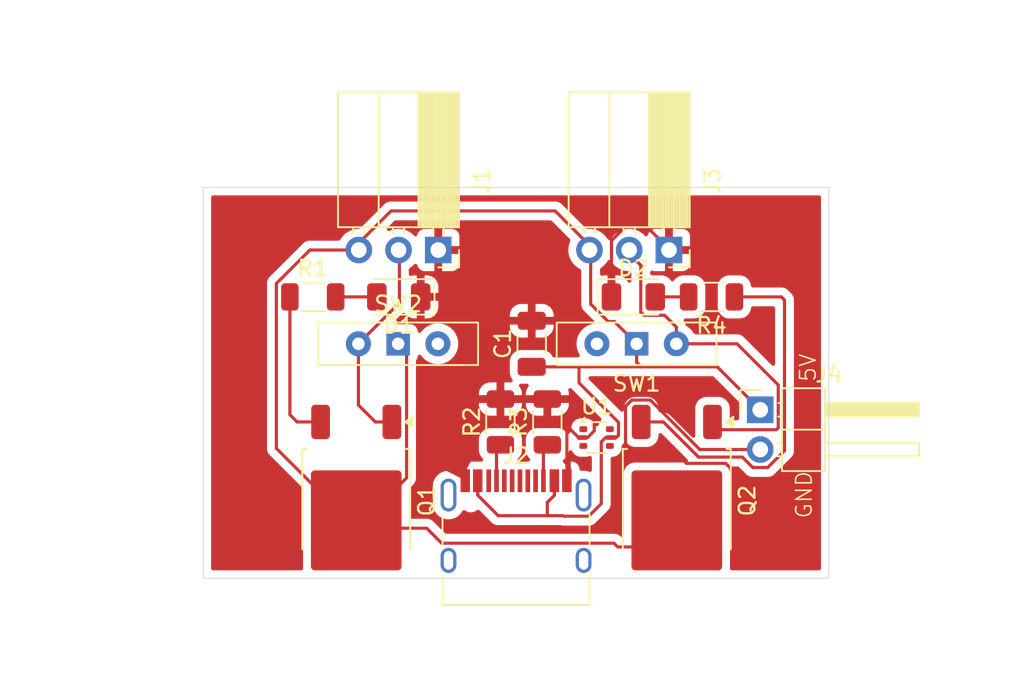
<source format=kicad_pcb>
(kicad_pcb (version 20241229) (generator "pcbnew") (generator_version "9.0")
  (layers (0 "F.Cu" signal) (2 "B.Cu" signal) (13 "F.Paste" user) (15 "B.Paste" user) (5 "F.SilkS" user "F.Silkscreen") (7 "B.SilkS" user "B.Silkscreen") (1 "F.Mask" user) (3 "B.Mask" user) (25 "Edge.Cuts" user))
  (net 0 "")
  (net 1 "GND")
  (net 2 "Net-(D1-A)")
  (net 3 "Net-(D2-A)")
  (net 4 "Net-(J1-Pin_2)")
  (net 5 "+5V")
  (net 6 "Net-(J3-Pin_2)")
  (net 7 "Net-(Q1-S)")
  (net 8 "Net-(Q2-S)")
  (net 9 "Net-(J2-CC1)")
  (net 10 "Net-(J2-CC2)")
  (net 11 "Net-(J2-D--PadA7)")
  (net 14 "Net-(J2-D+-PadA6)")
  (footprint "Capacitor_SMD:C_1206_3216Metric" (layer "F.Cu") (at 21 10 90)
    (property "Reference" "C1" (at 0 -1.85 90) (layer "F.SilkS"))
    (property "Value" "100nF")
    (fp_line (start -0.711252 -0.91) (end 0.711252 -0.91) (stroke (width 0.12)) (layer "F.SilkS"))
    (fp_line (start -0.711252 0.91) (end 0.711252 0.91) (stroke (width 0.12)) (layer "F.SilkS"))
    (pad "1" smd roundrect (at -1.475 0 90) (size 1.15 1.8) (layers "F.Cu" "F.Mask" "F.Paste") (roundrect_rratio 0.217391) (net 5 "+5V"))
    (pad "2" smd roundrect (at 1.475 0 90) (size 1.15 1.8) (layers "F.Cu" "F.Mask" "F.Paste") (roundrect_rratio 0.217391) (net 1 "GND"))
  )
  (footprint "Package_TO_SOT_SMD:TO-252-2" (layer "F.Cu") (at 9.78 20.04 -90)
    (property "Reference" "Q1" (at 0 -4.5 90) (layer "F.SilkS"))
    (property "Value" "QM6006D")
    (fp_line (start -3.31 3.45) (end -3.31 3.18) (stroke (width 0.12)) (layer "F.SilkS"))
    (fp_line (start 3.11 3.45) (end -3.31 3.45) (stroke (width 0.12)) (layer "F.SilkS"))
    (fp_line (start -3.31 -3.45) (end -3.31 -3.18) (stroke (width 0.12)) (layer "F.SilkS"))
    (fp_line (start 3.11 -3.45) (end -3.31 -3.45) (stroke (width 0.12)) (layer "F.SilkS"))
    (fp_poly (pts (xy -5.04 -3.14) (xy -5.38 -3.61) (xy -4.7 -3.61)) (stroke (width 0.12)) (fill yes) (layer "F.SilkS"))
    (pad "1" smd roundrect (at -5.04 -2.28 270) (size 2.2 1.2) (layers "F.Cu" "F.Mask" "F.Paste") (roundrect_rratio 0.208333) (net 4 "Net-(J1-Pin_2)"))
    (pad "2" smd roundrect (at 1.26 0 270) (size 6.4 5.8) (layers "F.Cu" "F.Mask") (roundrect_rratio 0.043103) (net 5 "+5V"))
    (pad "3" smd roundrect (at -5.04 2.28 270) (size 2.2 1.2) (layers "F.Cu" "F.Mask" "F.Paste") (roundrect_rratio 0.208333) (net 7 "Net-(Q1-S)"))
  )
  (footprint "Button_Switch_THT:SW_Slide-03_Wuerth-WS-SLTV_10x2.5x6.4_P2.54mm" (layer "F.Cu") (at 12.46 10)
    (property "Reference" "SW2" (at 0 -2.54 0) (layer "F.SilkS"))
    (property "Value" "SW_SPST")
    (fp_rect (start -5.11 -1.36) (end 5.11 1.36) (stroke (width 0.12)) (fill no) (layer "F.SilkS"))
    (pad "1" thru_hole rect (at 0 0) (size 1.5 1.5) (drill 0.8) (layers "*.Cu" "*.Mask") (net 5 "+5V"))
    (pad "2" thru_hole circle (at -2.54 0) (size 1.6 1.6) (drill 0.8) (layers "*.Cu" "*.Mask") (net 4 "Net-(J1-Pin_2)"))
    (pad "3" thru_hole circle (at 2.54 0) (size 1.6 1.6) (drill 0.8) (layers "*.Cu" "*.Mask"))
  )
  (footprint "Package_TO_SOT_SMD:SOT-666" (layer "F.Cu") (at 25.15 16)
    (property "Reference" "U1" (at 0 -2 0) (layer "F.SilkS"))
    (property "Value" "USBLC6-2P6")
    (fp_line (start 0.65 -0.99) (end -0.4 -0.99) (stroke (width 0.12)) (layer "F.SilkS"))
    (fp_line (start 0.65 0.99) (end -0.65 0.99) (stroke (width 0.12)) (layer "F.SilkS"))
    (fp_poly (pts (xy -0.77 -0.99) (xy -1.05 -0.99) (xy -0.77 -1.27) (xy -0.77 -0.99)) (stroke (width 0.12)) (fill yes) (layer "F.SilkS"))
    (pad "1" smd roundrect (at -0.85 -0.5375) (size 0.5 0.375) (layers "F.Cu" "F.Mask" "F.Paste") (net 11 "Net-(J2-D--PadA7)"))
    (pad "2" smd roundrect (at -0.925 0) (size 0.65 0.3) (layers "F.Cu" "F.Mask" "F.Paste") (net 1 "GND"))
    (pad "3" smd roundrect (at -0.85 0.5375) (size 0.5 0.375) (layers "F.Cu" "F.Mask" "F.Paste") (net 14 "Net-(J2-D+-PadA6)"))
    (pad "4" smd roundrect (at 0.85 0.5375) (size 0.5 0.375) (layers "F.Cu" "F.Mask" "F.Paste"))
    (pad "5" smd roundrect (at 0.925 0) (size 0.65 0.3) (layers "F.Cu" "F.Mask" "F.Paste") (net 5 "+5V"))
    (pad "6" smd roundrect (at 0.85 -0.5375) (size 0.5 0.375) (layers "F.Cu" "F.Mask" "F.Paste"))
  )
  (footprint "LED_SMD:LED_1206_3216Metric" (layer "F.Cu") (at 12.5 7 180)
    (property "Reference" "D1" (at 0 -1.83 0) (layer "F.SilkS"))
    (property "Value" "LED")
    (fp_line (start 1.6 -1.135) (end -2.285 -1.135) (stroke (width 0.12)) (layer "F.SilkS"))
    (fp_line (start -2.285 1.135) (end 1.6 1.135) (stroke (width 0.12)) (layer "F.SilkS"))
    (fp_line (start -2.285 -1.135) (end -2.285 1.135) (stroke (width 0.12)) (layer "F.SilkS"))
    (pad "1" smd roundrect (at -1.4 0 180) (size 1.25 1.75) (layers "F.Cu" "F.Mask" "F.Paste") (roundrect_rratio 0.2) (net 1 "GND"))
    (pad "2" smd roundrect (at 1.4 0 180) (size 1.25 1.75) (layers "F.Cu" "F.Mask" "F.Paste") (roundrect_rratio 0.2) (net 2 "Net-(D1-A)"))
  )
  (footprint "Resistor_SMD:R_1206_3216Metric" (layer "F.Cu") (at 19 15 90)
    (property "Reference" "R2" (at 0 -1.83 90) (layer "F.SilkS"))
    (property "Value" "5k1")
    (fp_line (start -0.727064 -0.91) (end 0.727064 -0.91) (stroke (width 0.12)) (layer "F.SilkS"))
    (fp_line (start -0.727064 0.91) (end 0.727064 0.91) (stroke (width 0.12)) (layer "F.SilkS"))
    (pad "1" smd roundrect (at -1.4625 0 90) (size 1.125 1.75) (layers "F.Cu" "F.Mask" "F.Paste") (roundrect_rratio 0.222222) (net 9 "Net-(J2-CC1)"))
    (pad "2" smd roundrect (at 1.4625 0 90) (size 1.125 1.75) (layers "F.Cu" "F.Mask" "F.Paste") (roundrect_rratio 0.222222) (net 1 "GND"))
  )
  (footprint "Resistor_SMD:R_1206_3216Metric" (layer "F.Cu") (at 32.5 7 180)
    (property "Reference" "R4" (at 0 -1.83 0) (layer "F.SilkS"))
    (property "Value" "R")
    (fp_line (start -0.727064 0.91) (end 0.727064 0.91) (stroke (width 0.12)) (layer "F.SilkS"))
    (fp_line (start -0.727064 -0.91) (end 0.727064 -0.91) (stroke (width 0.12)) (layer "F.SilkS"))
    (pad "1" smd roundrect (at -1.4625 0 180) (size 1.125 1.75) (layers "F.Cu" "F.Mask" "F.Paste") (roundrect_rratio 0.222222) (net 8 "Net-(Q2-S)"))
    (pad "2" smd roundrect (at 1.4625 0 180) (size 1.125 1.75) (layers "F.Cu" "F.Mask" "F.Paste") (roundrect_rratio 0.222222) (net 3 "Net-(D2-A)"))
  )
  (footprint "Connector_PinSocket_2.54mm:PinSocket_1x03_P2.54mm_Horizontal" (layer "F.Cu") (at 29.775 4 -90)
    (property "Reference" "J3" (at -4.38 -2.77 90) (layer "F.SilkS"))
    (property "Value" "Conn_01x03")
    (fp_line (start -10.09 6.41) (end -1.46 6.41) (stroke (width 0.12)) (layer "F.SilkS"))
    (fp_line (start -1.46 5.44) (end -1.05 5.44) (stroke (width 0.12)) (layer "F.SilkS"))
    (fp_line (start -1.46 4.72) (end -1.05 4.72) (stroke (width 0.12)) (layer "F.SilkS"))
    (fp_line (start -10.09 3.81) (end -1.46 3.81) (stroke (width 0.12)) (layer "F.SilkS"))
    (fp_line (start -1.46 2.9) (end -1.05 2.9) (stroke (width 0.12)) (layer "F.SilkS"))
    (fp_line (start -1.46 2.18) (end -1.05 2.18) (stroke (width 0.12)) (layer "F.SilkS"))
    (fp_line (start -10.09 1.27) (end -1.46 1.27) (stroke (width 0.12)) (layer "F.SilkS"))
    (fp_line (start -10.09 1.1519) (end -1.46 1.1519) (stroke (width 0.12)) (layer "F.SilkS"))
    (fp_line (start -10.09 1.033805) (end -1.46 1.033805) (stroke (width 0.12)) (layer "F.SilkS"))
    (fp_line (start -10.09 0.91571) (end -1.46 0.91571) (stroke (width 0.12)) (layer "F.SilkS"))
    (fp_line (start -10.09 0.797615) (end -1.46 0.797615) (stroke (width 0.12)) (layer "F.SilkS"))
    (fp_line (start -10.09 0.67952) (end -1.46 0.67952) (stroke (width 0.12)) (layer "F.SilkS"))
    (fp_line (start -10.09 0.561425) (end -1.46 0.561425) (stroke (width 0.12)) (layer "F.SilkS"))
    (fp_line (start -10.09 0.44333) (end -1.46 0.44333) (stroke (width 0.12)) (layer "F.SilkS"))
    (fp_line (start -1.46 0.36) (end -1.11 0.36) (stroke (width 0.12)) (layer "F.SilkS"))
    (fp_line (start -10.09 0.325235) (end -1.46 0.325235) (stroke (width 0.12)) (layer "F.SilkS"))
    (fp_line (start -10.09 0.20714) (end -1.46 0.20714) (stroke (width 0.12)) (layer "F.SilkS"))
    (fp_line (start -10.09 0.089045) (end -1.46 0.089045) (stroke (width 0.12)) (layer "F.SilkS"))
    (fp_line (start -10.09 -0.02905) (end -1.46 -0.02905) (stroke (width 0.12)) (layer "F.SilkS"))
    (fp_line (start -10.09 -0.147145) (end -1.46 -0.147145) (stroke (width 0.12)) (layer "F.SilkS"))
    (fp_line (start -10.09 -0.26524) (end -1.46 -0.26524) (stroke (width 0.12)) (layer "F.SilkS"))
    (fp_line (start -1.46 -0.36) (end -1.11 -0.36) (stroke (width 0.12)) (layer "F.SilkS"))
    (fp_line (start -10.09 -0.383335) (end -1.46 -0.383335) (stroke (width 0.12)) (layer "F.SilkS"))
    (fp_line (start -10.09 -0.50143) (end -1.46 -0.50143) (stroke (width 0.12)) (layer "F.SilkS"))
    (fp_line (start -10.09 -0.619525) (end -1.46 -0.619525) (stroke (width 0.12)) (layer "F.SilkS"))
    (fp_line (start -10.09 -0.73762) (end -1.46 -0.73762) (stroke (width 0.12)) (layer "F.SilkS"))
    (fp_line (start -10.09 -0.855715) (end -1.46 -0.855715) (stroke (width 0.12)) (layer "F.SilkS"))
    (fp_line (start -10.09 -0.97381) (end -1.46 -0.97381) (stroke (width 0.12)) (layer "F.SilkS"))
    (fp_line (start -10.09 -1.091905) (end -1.46 -1.091905) (stroke (width 0.12)) (layer "F.SilkS"))
    (fp_line (start -10.09 -1.21) (end -1.46 -1.21) (stroke (width 0.12)) (layer "F.SilkS"))
    (fp_line (start -10.09 -1.33) (end -10.09 6.41) (stroke (width 0.12)) (layer "F.SilkS"))
    (fp_line (start -10.09 -1.33) (end -1.46 -1.33) (stroke (width 0.12)) (layer "F.SilkS"))
    (fp_line (start -1.46 -1.33) (end -1.46 6.41) (stroke (width 0.12)) (layer "F.SilkS"))
    (fp_line (start 0 -1.33) (end 1.11 -1.33) (stroke (width 0.12)) (layer "F.SilkS"))
    (fp_line (start 1.11 -1.33) (end 1.11 0) (stroke (width 0.12)) (layer "F.SilkS"))
    (pad "1" thru_hole rect (at 0 0 270) (size 1.7 1.7) (drill 1) (layers "*.Cu" "*.Mask") (net 1 "GND"))
    (pad "2" thru_hole circle (at 0 2.54 270) (size 1.7 1.7) (drill 1) (layers "*.Cu" "*.Mask") (net 6 "Net-(J3-Pin_2)"))
    (pad "3" thru_hole circle (at 0 5.08 270) (size 1.7 1.7) (drill 1) (layers "*.Cu" "*.Mask") (net 5 "+5V"))
  )
  (footprint "Connector_USB:USB_C_Receptacle_HRO_TYPE-C-31-M-12" (layer "F.Cu") (at 20 22.81)
    (property "Reference" "J2" (at 0 -5.645 0) (layer "F.SilkS"))
    (property "Value" "USB_C_Receptacle_USB2.0_16P")
    (fp_line (start -4.7 -1.9) (end -4.7 0.1) (stroke (width 0.12)) (layer "F.SilkS"))
    (fp_line (start -4.7 2) (end -4.7 3.9) (stroke (width 0.12)) (layer "F.SilkS"))
    (fp_line (start -4.7 3.9) (end 4.7 3.9) (stroke (width 0.12)) (layer "F.SilkS"))
    (fp_line (start 4.7 -1.9) (end 4.7 0.1) (stroke (width 0.12)) (layer "F.SilkS"))
    (fp_line (start 4.7 2) (end 4.7 3.9) (stroke (width 0.12)) (layer "F.SilkS"))
    (pad "" np_thru_hole circle (at -2.89 -2.6) (size 0.65 0.65) (drill 0.65) (layers "*.Cu" "*.Mask"))
    (pad "" np_thru_hole circle (at 2.89 -2.6) (size 0.65 0.65) (drill 0.65) (layers "*.Cu" "*.Mask"))
    (pad "A1" smd rect (at -3.25 -4.045) (size 0.6 1.45) (layers "F.Cu" "F.Mask" "F.Paste") (net 1 "GND"))
    (pad "A4" smd rect (at -2.45 -4.045) (size 0.6 1.45) (layers "F.Cu" "F.Mask" "F.Paste") (net 5 "+5V"))
    (pad "A5" smd rect (at -1.25 -4.045) (size 0.3 1.45) (layers "F.Cu" "F.Mask" "F.Paste") (net 9 "Net-(J2-CC1)"))
    (pad "A6" smd rect (at -0.25 -4.045) (size 0.3 1.45) (layers "F.Cu" "F.Mask" "F.Paste") (net 14 "Net-(J2-D+-PadA6)"))
    (pad "A7" smd rect (at 0.25 -4.045) (size 0.3 1.45) (layers "F.Cu" "F.Mask" "F.Paste") (net 11 "Net-(J2-D--PadA7)"))
    (pad "A8" smd rect (at 1.25 -4.045) (size 0.3 1.45) (layers "F.Cu" "F.Mask" "F.Paste"))
    (pad "A9" smd rect (at 2.45 -4.045) (size 0.6 1.45) (layers "F.Cu" "F.Mask" "F.Paste") (net 5 "+5V"))
    (pad "A12" smd rect (at 3.25 -4.045) (size 0.6 1.45) (layers "F.Cu" "F.Mask" "F.Paste") (net 1 "GND"))
    (pad "B1" smd rect (at 3.25 -4.045) (size 0.6 1.45) (layers "F.Cu" "F.Mask" "F.Paste") (net 1 "GND"))
    (pad "B4" smd rect (at 2.45 -4.045) (size 0.6 1.45) (layers "F.Cu" "F.Mask" "F.Paste") (net 5 "+5V"))
    (pad "B5" smd rect (at 1.75 -4.045) (size 0.3 1.45) (layers "F.Cu" "F.Mask" "F.Paste") (net 10 "Net-(J2-CC2)"))
    (pad "B6" smd rect (at 0.75 -4.045) (size 0.3 1.45) (layers "F.Cu" "F.Mask" "F.Paste") (net 14 "Net-(J2-D+-PadA6)"))
    (pad "B7" smd rect (at -0.75 -4.045) (size 0.3 1.45) (layers "F.Cu" "F.Mask" "F.Paste") (net 11 "Net-(J2-D--PadA7)"))
    (pad "B8" smd rect (at -1.75 -4.045) (size 0.3 1.45) (layers "F.Cu" "F.Mask" "F.Paste"))
    (pad "B9" smd rect (at -2.45 -4.045) (size 0.6 1.45) (layers "F.Cu" "F.Mask" "F.Paste") (net 5 "+5V"))
    (pad "B12" smd rect (at -3.25 -4.045) (size 0.6 1.45) (layers "F.Cu" "F.Mask" "F.Paste") (net 1 "GND"))
    (pad "S1" thru_hole oval (at -4.32 -3.13) (size 1 2.1) (drill oval 0.6 1.7) (property pad_prop_heatsink) (layers "*.Cu" "*.Mask"))
    (pad "S1" thru_hole oval (at -4.32 1.05) (size 1 1.6) (drill oval 0.6 1.2) (property pad_prop_heatsink) (layers "*.Cu" "*.Mask"))
    (pad "S1" thru_hole oval (at 4.32 -3.13) (size 1 2.1) (drill oval 0.6 1.7) (property pad_prop_heatsink) (layers "*.Cu" "*.Mask"))
    (pad "S1" thru_hole oval (at 4.32 1.05) (size 1 1.6) (drill oval 0.6 1.2) (property pad_prop_heatsink) (layers "*.Cu" "*.Mask"))
  )
  (footprint "Button_Switch_THT:SW_Slide-03_Wuerth-WS-SLTV_10x2.5x6.4_P2.54mm" (layer "F.Cu") (at 27.71 10 180)
    (property "Reference" "SW1" (at 0 -2.54 0) (layer "F.SilkS"))
    (property "Value" "SW_SPST")
    (fp_rect (start -5.11 -1.36) (end 5.11 1.36) (stroke (width 0.12)) (fill no) (layer "F.SilkS"))
    (pad "1" thru_hole rect (at 0 0 180) (size 1.5 1.5) (drill 0.8) (layers "*.Cu" "*.Mask") (net 5 "+5V"))
    (pad "2" thru_hole circle (at -2.54 0 180) (size 1.6 1.6) (drill 0.8) (layers "*.Cu" "*.Mask") (net 6 "Net-(J3-Pin_2)"))
    (pad "3" thru_hole circle (at 2.54 0 180) (size 1.6 1.6) (drill 0.8) (layers "*.Cu" "*.Mask"))
  )
  (footprint "Resistor_SMD:R_1206_3216Metric" (layer "F.Cu") (at 7 7)
    (property "Reference" "R1" (at 0 -1.83 0) (layer "F.SilkS"))
    (property "Value" "R")
    (fp_line (start -0.727064 -0.91) (end 0.727064 -0.91) (stroke (width 0.12)) (layer "F.SilkS"))
    (fp_line (start -0.727064 0.91) (end 0.727064 0.91) (stroke (width 0.12)) (layer "F.SilkS"))
    (pad "1" smd roundrect (at -1.4625 0) (size 1.125 1.75) (layers "F.Cu" "F.Mask" "F.Paste") (roundrect_rratio 0.222222) (net 7 "Net-(Q1-S)"))
    (pad "2" smd roundrect (at 1.4625 0) (size 1.125 1.75) (layers "F.Cu" "F.Mask" "F.Paste") (roundrect_rratio 0.222222) (net 2 "Net-(D1-A)"))
  )
  (footprint "LED_SMD:LED_1206_3216Metric" (layer "F.Cu") (at 27.5 7)
    (property "Reference" "D2" (at 0 -1.83 0) (layer "F.SilkS"))
    (property "Value" "LED")
    (fp_line (start -2.285 -1.135) (end -2.285 1.135) (stroke (width 0.12)) (layer "F.SilkS"))
    (fp_line (start -2.285 1.135) (end 1.6 1.135) (stroke (width 0.12)) (layer "F.SilkS"))
    (fp_line (start 1.6 -1.135) (end -2.285 -1.135) (stroke (width 0.12)) (layer "F.SilkS"))
    (pad "1" smd roundrect (at -1.4 0) (size 1.25 1.75) (layers "F.Cu" "F.Mask" "F.Paste") (roundrect_rratio 0.2) (net 1 "GND"))
    (pad "2" smd roundrect (at 1.4 0) (size 1.25 1.75) (layers "F.Cu" "F.Mask" "F.Paste") (roundrect_rratio 0.2) (net 3 "Net-(D2-A)"))
  )
  (footprint "Resistor_SMD:R_1206_3216Metric" (layer "F.Cu") (at 22 15 90)
    (property "Reference" "R3" (at 0 -1.83 90) (layer "F.SilkS"))
    (property "Value" "5k1")
    (fp_line (start -0.727064 -0.91) (end 0.727064 -0.91) (stroke (width 0.12)) (layer "F.SilkS"))
    (fp_line (start -0.727064 0.91) (end 0.727064 0.91) (stroke (width 0.12)) (layer "F.SilkS"))
    (pad "1" smd roundrect (at -1.4625 0 90) (size 1.125 1.75) (layers "F.Cu" "F.Mask" "F.Paste") (roundrect_rratio 0.222222) (net 10 "Net-(J2-CC2)"))
    (pad "2" smd roundrect (at 1.4625 0 90) (size 1.125 1.75) (layers "F.Cu" "F.Mask" "F.Paste") (roundrect_rratio 0.222222) (net 1 "GND"))
  )
  (footprint "Connector_PinSocket_2.54mm:PinSocket_1x03_P2.54mm_Horizontal" (layer "F.Cu") (at 15.025 4 -90)
    (property "Reference" "J1" (at -4.38 -2.77 90) (layer "F.SilkS"))
    (property "Value" "Conn_01x03")
    (fp_line (start -10.09 6.41) (end -1.46 6.41) (stroke (width 0.12)) (layer "F.SilkS"))
    (fp_line (start -1.46 5.44) (end -1.05 5.44) (stroke (width 0.12)) (layer "F.SilkS"))
    (fp_line (start -1.46 4.72) (end -1.05 4.72) (stroke (width 0.12)) (layer "F.SilkS"))
    (fp_line (start -10.09 3.81) (end -1.46 3.81) (stroke (width 0.12)) (layer "F.SilkS"))
    (fp_line (start -1.46 2.9) (end -1.05 2.9) (stroke (width 0.12)) (layer "F.SilkS"))
    (fp_line (start -1.46 2.18) (end -1.05 2.18) (stroke (width 0.12)) (layer "F.SilkS"))
    (fp_line (start -10.09 1.27) (end -1.46 1.27) (stroke (width 0.12)) (layer "F.SilkS"))
    (fp_line (start -10.09 1.1519) (end -1.46 1.1519) (stroke (width 0.12)) (layer "F.SilkS"))
    (fp_line (start -10.09 1.033805) (end -1.46 1.033805) (stroke (width 0.12)) (layer "F.SilkS"))
    (fp_line (start -10.09 0.91571) (end -1.46 0.91571) (stroke (width 0.12)) (layer "F.SilkS"))
    (fp_line (start -10.09 0.797615) (end -1.46 0.797615) (stroke (width 0.12)) (layer "F.SilkS"))
    (fp_line (start -10.09 0.67952) (end -1.46 0.67952) (stroke (width 0.12)) (layer "F.SilkS"))
    (fp_line (start -10.09 0.561425) (end -1.46 0.561425) (stroke (width 0.12)) (layer "F.SilkS"))
    (fp_line (start -10.09 0.44333) (end -1.46 0.44333) (stroke (width 0.12)) (layer "F.SilkS"))
    (fp_line (start -1.46 0.36) (end -1.11 0.36) (stroke (width 0.12)) (layer "F.SilkS"))
    (fp_line (start -10.09 0.325235) (end -1.46 0.325235) (stroke (width 0.12)) (layer "F.SilkS"))
    (fp_line (start -10.09 0.20714) (end -1.46 0.20714) (stroke (width 0.12)) (layer "F.SilkS"))
    (fp_line (start -10.09 0.089045) (end -1.46 0.089045) (stroke (width 0.12)) (layer "F.SilkS"))
    (fp_line (start -10.09 -0.02905) (end -1.46 -0.02905) (stroke (width 0.12)) (layer "F.SilkS"))
    (fp_line (start -10.09 -0.147145) (end -1.46 -0.147145) (stroke (width 0.12)) (layer "F.SilkS"))
    (fp_line (start -10.09 -0.26524) (end -1.46 -0.26524) (stroke (width 0.12)) (layer "F.SilkS"))
    (fp_line (start -1.46 -0.36) (end -1.11 -0.36) (stroke (width 0.12)) (layer "F.SilkS"))
    (fp_line (start -10.09 -0.383335) (end -1.46 -0.383335) (stroke (width 0.12)) (layer "F.SilkS"))
    (fp_line (start -10.09 -0.50143) (end -1.46 -0.50143) (stroke (width 0.12)) (layer "F.SilkS"))
    (fp_line (start -10.09 -0.619525) (end -1.46 -0.619525) (stroke (width 0.12)) (layer "F.SilkS"))
    (fp_line (start -10.09 -0.73762) (end -1.46 -0.73762) (stroke (width 0.12)) (layer "F.SilkS"))
    (fp_line (start -10.09 -0.855715) (end -1.46 -0.855715) (stroke (width 0.12)) (layer "F.SilkS"))
    (fp_line (start -10.09 -0.97381) (end -1.46 -0.97381) (stroke (width 0.12)) (layer "F.SilkS"))
    (fp_line (start -10.09 -1.091905) (end -1.46 -1.091905) (stroke (width 0.12)) (layer "F.SilkS"))
    (fp_line (start -10.09 -1.21) (end -1.46 -1.21) (stroke (width 0.12)) (layer "F.SilkS"))
    (fp_line (start -10.09 -1.33) (end -10.09 6.41) (stroke (width 0.12)) (layer "F.SilkS"))
    (fp_line (start -10.09 -1.33) (end -1.46 -1.33) (stroke (width 0.12)) (layer "F.SilkS"))
    (fp_line (start -1.46 -1.33) (end -1.46 6.41) (stroke (width 0.12)) (layer "F.SilkS"))
    (fp_line (start 0 -1.33) (end 1.11 -1.33) (stroke (width 0.12)) (layer "F.SilkS"))
    (fp_line (start 1.11 -1.33) (end 1.11 0) (stroke (width 0.12)) (layer "F.SilkS"))
    (pad "1" thru_hole rect (at 0 0 270) (size 1.7 1.7) (drill 1) (layers "*.Cu" "*.Mask") (net 1 "GND"))
    (pad "2" thru_hole circle (at 0 2.54 270) (size 1.7 1.7) (drill 1) (layers "*.Cu" "*.Mask") (net 4 "Net-(J1-Pin_2)"))
    (pad "3" thru_hole circle (at 0 5.08 270) (size 1.7 1.7) (drill 1) (layers "*.Cu" "*.Mask") (net 5 "+5V"))
  )
  (footprint "Connector_PinHeader_2.54mm:PinHeader_1x02_P2.54mm_Horizontal" (layer "F.Cu") (at 35.615 14.225)
    (property "Reference" "J4" (at 4.385 -2.27 0) (layer "F.SilkS"))
    (property "Value" "Conn_01x02")
    (fp_line (start -1.27 -1.27) (end 0 -1.27) (stroke (width 0.12)) (layer "F.SilkS"))
    (fp_line (start -1.27 0) (end -1.27 -1.27) (stroke (width 0.12)) (layer "F.SilkS"))
    (fp_line (start 1.077358 2.11) (end 1.39 2.11) (stroke (width 0.12)) (layer "F.SilkS"))
    (fp_line (start 1.077358 2.97) (end 1.39 2.97) (stroke (width 0.12)) (layer "F.SilkS"))
    (fp_line (start 1.16 -0.43) (end 1.39 -0.43) (stroke (width 0.12)) (layer "F.SilkS"))
    (fp_line (start 1.16 0.43) (end 1.39 0.43) (stroke (width 0.12)) (layer "F.SilkS"))
    (fp_line (start 1.39 -1.38) (end 1.39 3.92) (stroke (width 0.12)) (layer "F.SilkS"))
    (fp_line (start 1.39 1.27) (end 4.15 1.27) (stroke (width 0.12)) (layer "F.SilkS"))
    (fp_line (start 1.39 3.92) (end 4.15 3.92) (stroke (width 0.12)) (layer "F.SilkS"))
    (fp_line (start 4.15 -1.38) (end 1.39 -1.38) (stroke (width 0.12)) (layer "F.SilkS"))
    (fp_line (start 4.15 2.11) (end 10.15 2.11) (stroke (width 0.12)) (layer "F.SilkS"))
    (fp_line (start 4.15 3.92) (end 4.15 -1.38) (stroke (width 0.12)) (layer "F.SilkS"))
    (fp_line (start 10.15 2.11) (end 10.15 2.97) (stroke (width 0.12)) (layer "F.SilkS"))
    (fp_line (start 10.15 2.97) (end 4.15 2.97) (stroke (width 0.12)) (layer "F.SilkS"))
    (fp_rect (start 4.15 -0.43) (end 10.15 0.43) (stroke (width 0.12)) (fill yes) (layer "F.SilkS"))
    (pad "1" thru_hole rect (at 0 0) (size 1.7 1.7) (drill 1) (layers "*.Cu" "*.Mask") (net 5 "+5V"))
    (pad "2" thru_hole circle (at 0 2.54) (size 1.7 1.7) (drill 1) (layers "*.Cu" "*.Mask") (net 1 "GND"))
  )
  (footprint "Package_TO_SOT_SMD:TO-252-2" (layer "F.Cu") (at 30.28 20.04 -90)
    (property "Reference" "Q2" (at 0 -4.5 90) (layer "F.SilkS"))
    (property "Value" "QM6006D")
    (fp_line (start -3.31 3.45) (end -3.31 3.18) (stroke (width 0.12)) (layer "F.SilkS"))
    (fp_line (start 3.11 3.45) (end -3.31 3.45) (stroke (width 0.12)) (layer "F.SilkS"))
    (fp_line (start -3.31 -3.45) (end -3.31 -3.18) (stroke (width 0.12)) (layer "F.SilkS"))
    (fp_line (start 3.11 -3.45) (end -3.31 -3.45) (stroke (width 0.12)) (layer "F.SilkS"))
    (fp_poly (pts (xy -5.04 -3.14) (xy -5.38 -3.61) (xy -4.7 -3.61)) (stroke (width 0.12)) (fill yes) (layer "F.SilkS"))
    (pad "1" smd roundrect (at -5.04 -2.28 270) (size 2.2 1.2) (layers "F.Cu" "F.Mask" "F.Paste") (roundrect_rratio 0.208333) (net 6 "Net-(J3-Pin_2)"))
    (pad "2" smd roundrect (at 1.26 0 270) (size 6.4 5.8) (layers "F.Cu" "F.Mask") (roundrect_rratio 0.043103) (net 5 "+5V"))
    (pad "3" smd roundrect (at -5.04 2.28 270) (size 2.2 1.2) (layers "F.Cu" "F.Mask" "F.Paste") (roundrect_rratio 0.208333) (net 8 "Net-(Q2-S)"))
  )
  (gr_poly (pts (xy 15.5 18) (xy 16 17.5) (xy 17 17.5) (xy 16.5 18.5)) (stroke (width 0.2)) (fill yes) (layer "F.Cu") (net 1))
  (gr_rect (start 0 0) (end 40 25) (stroke (width 0.05)) (fill no) (layer "Edge.Cuts"))
  (gr_text "GND\n" (at 39 21.25 90) (layer "F.SilkS") (effects (font (size 1 1) (thickness 0.1)) (justify left bottom)))
  (gr_text "5V\n" (at 39.25 12.5 90) (layer "F.SilkS") (effects (font (size 1 1) (thickness 0.1)) (justify left bottom)))
  (segment (start 33.401 17.651) (end 30.901 17.651) (width 0.2) (layer "F.Cu") (net 0))
  (segment (start 33.75 18) (end 33.401 17.651) (width 0.2) (layer "F.Cu") (net 0))
  (segment (start 30.901 17.651) (end 29.75 16.5) (width 0.2) (layer "F.Cu") (net 0))
  (segment (start 16.75 18.765) (end 16.75 18.25) (width 0.2) (layer "F.Cu") (net 1))
  (segment (start 27 17) (end 27 14) (width 0.2) (layer "F.Cu") (net 1))
  (segment (start 28.35 2.5) (end 27 2.5) (width 0.2) (layer "F.Cu") (net 1))
  (segment (start 31.75116 16.765) (end 35.615 16.765) (width 0.2) (layer "F.Cu") (net 1))
  (segment (start 28.58516 13.599) (end 31.75116 16.765) (width 0.2) (layer "F.Cu") (net 1))
  (segment (start 16.75 17.75) (end 17 17.5) (width 0.2) (layer "F.Cu") (net 1))
  (segment (start 16.75 18.765) (end 16.75 17.75) (width 0.2) (layer "F.Cu") (net 1))
  (segment (start 27 14) (end 27.401 13.599) (width 0.2) (layer "F.Cu") (net 1))
  (segment (start 23.25 15.25) (end 23 15) (width 0.2) (layer "F.Cu") (net 1))
  (segment (start 29.85 4) (end 28.35 2.5) (width 0.2) (layer "F.Cu") (net 1))
  (segment (start 26.1 3.4) (end 26.1 7) (width 0.2) (layer "F.Cu") (net 1))
  (segment (start 25 15.573358) (end 25 15) (width 0.2) (layer "F.Cu") (net 1))
  (segment (start 27.401 13.599) (end 28.58516 13.599) (width 0.2) (layer "F.Cu") (net 1))
  (segment (start 23.25 18.765) (end 23.25 15.25) (width 0.2) (layer "F.Cu") (net 1))
  (segment (start 27 2.5) (end 26.1 3.4) (width 0.2) (layer "F.Cu") (net 1))
  (segment (start 15.985 18) (end 16.75 18.765) (width 0.2) (layer "F.Cu") (net 1))
  (segment (start 15.985 18) (end 15.5 18) (width 0.2) (layer "F.Cu") (net 1))
  (segment (start 35.615 16.765) (end 35.479 16.901) (width 0.2) (layer "F.Cu") (net 1))
  (segment (start 16.75 18.25) (end 16 17.5) (width 0.2) (layer "F.Cu") (net 1))
  (segment (start 17 17.5) (end 17 16.5) (width 0.2) (layer "F.Cu") (net 1))
  (segment (start 24.573358 16) (end 25 15.573358) (width 0.2) (layer "F.Cu") (net 1))
  (segment (start 23.25 15.25) (end 24 16) (width 0.2) (layer "F.Cu") (net 1))
  (segment (start 24 16) (end 24.225 16) (width 0.2) (layer "F.Cu") (net 1))
  (segment (start 24.225 16) (end 24.573358 16) (width 0.2) (layer "F.Cu") (net 1))
  (segment (start 8.4625 7) (end 11.1 7) (width 0.2) (layer "F.Cu") (net 2))
  (segment (start 29.1 7) (end 29.151 6.949) (width 0.2) (layer "F.Cu") (net 3))
  (segment (start 28.9 7) (end 31.0375 7) (width 0.2) (layer "F.Cu") (net 3))
  (segment (start 28.475 7) (end 29.1 7) (width 0.2) (layer "F.Cu") (net 3))
  (segment (start 9.92 13.92) (end 11 15) (width 0.2) (layer "F.Cu") (net 4))
  (segment (start 9.92 10) (end 12.54 7.38) (width 0.2) (layer "F.Cu") (net 4))
  (segment (start 9.92 10) (end 9.92 13.92) (width 0.2) (layer "F.Cu") (net 4))
  (segment (start 11 15) (end 12.06 15) (width 0.2) (layer "F.Cu") (net 4))
  (segment (start 12.54 7.38) (end 12.54 4) (width 0.2) (layer "F.Cu") (net 4))
  (segment (start 24.77 3.77) (end 24.77 4) (width 0.2) (layer "F.Cu") (net 5))
  (segment (start 25.449 16.277642) (end 25.726642 16) (width 0.2) (layer "F.Cu") (net 5))
  (segment (start 32.865 11.475) (end 35.615 14.225) (width 0.2) (layer "F.Cu") (net 5))
  (segment (start 24.77 4) (end 24.88616 4) (width 0.2) (layer "F.Cu") (net 5))
  (segment (start 27.71 11.185) (end 28 11.475) (width 0.2) (layer "F.Cu") (net 5))
  (segment (start 10 3.5) (end 12 1.5) (width 0.2) (layer "F.Cu") (net 5))
  (segment (start 26.259 22.759) (end 15.241 22.759) (width 0.2) (layer "F.Cu") (net 5))
  (segment (start 13 18.58) (end 9.78 21.8) (width 0.2) (layer "F.Cu") (net 5))
  (segment (start 10 4) (end 6.81384 4) (width 0.2) (layer "F.Cu") (net 5))
  (segment (start 6.81384 4) (end 4.674 6.13984) (width 0.2) (layer "F.Cu") (net 5))
  (segment (start 22 21) (end 23 21) (width 0.2) (layer "F.Cu") (net 5))
  (segment (start 17.55 19.69) (end 17.55 18.765) (width 0.2) (layer "F.Cu") (net 5))
  (segment (start 23 21) (end 23.031 21.031) (width 0.2) (layer "F.Cu") (net 5))
  (segment (start 12 1.5) (end 22.5 1.5) (width 0.2) (layer "F.Cu") (net 5))
  (segment (start 13 10.54) (end 13 18.58) (width 0.2) (layer "F.Cu") (net 5))
  (segment (start 10 4) (end 10 3.5) (width 0.2) (layer "F.Cu") (net 5))
  (segment (start 26.075 16) (end 26.399999 16) (width 0.2) (layer "F.Cu") (net 5))
  (segment (start 25.449 20.233785) (end 25.449 16.277642) (width 0.2) (layer "F.Cu") (net 5))
  (segment (start 22.45 18.765) (end 22.45 19.693992) (width 0.2) (layer "F.Cu") (net 5))
  (segment (start 26.551 15.848999) (end 26.551 15.026) (width 0.2) (layer "F.Cu") (net 5))
  (segment (start 29.08 23) (end 26.5 23) (width 0.2) (layer "F.Cu") (net 5))
  (segment (start 22 21) (end 18.86 21) (width 0.2) (layer "F.Cu") (net 5))
  (segment (start 26.287 8.577) (end 27.71 10) (width 0.2) (layer "F.Cu") (net 5))
  (segment (start 25.89084 8.577) (end 26.287 8.577) (width 0.2) (layer "F.Cu") (net 5))
  (segment (start 14.282 21.8) (end 9.78 21.8) (width 0.2) (layer "F.Cu") (net 5))
  (segment (start 22.45 19.693992) (end 22 20.143992) (width 0.2) (layer "F.Cu") (net 5))
  (segment (start 24.77 7.45616) (end 24.77 4) (width 0.2) (layer "F.Cu") (net 5))
  (segment (start 25.89084 8.577) (end 24.77 7.45616) (width 0.2) (layer "F.Cu") (net 5))
  (segment (start 26.399999 16) (end 26.551 15.848999) (width 0.2) (layer "F.Cu") (net 5))
  (segment (start 28 11.475) (end 32.865 11.475) (width 0.2) (layer "F.Cu") (net 5))
  (segment (start 26.5 23) (end 26.259 22.759) (width 0.2) (layer "F.Cu") (net 5))
  (segment (start 15.241 22.759) (end 14.282 21.8) (width 0.2) (layer "F.Cu") (net 5))
  (segment (start 23.031 21.031) (end 24.651785 21.031) (width 0.2) (layer "F.Cu") (net 5))
  (segment (start 24.651785 21.031) (end 25.449 20.233785) (width 0.2) (layer "F.Cu") (net 5))
  (segment (start 12.46 10) (end 13 10.54) (width 0.2) (layer "F.Cu") (net 5))
  (segment (start 26.551 15.026) (end 24.025 12.5) (width 0.2) (layer "F.Cu") (net 5))
  (segment (start 4.674 16.694) (end 9.78 21.8) (width 0.2) (layer "F.Cu") (net 5))
  (segment (start 18.86 21) (end 17.55 19.69) (width 0.2) (layer "F.Cu") (net 5))
  (segment (start 4.674 6.13984) (end 4.674 16.694) (width 0.2) (layer "F.Cu") (net 5))
  (segment (start 27.71 10) (end 27.71 11.185) (width 0.2) (layer "F.Cu") (net 5))
  (segment (start 30.28 21.8) (end 29.08 23) (width 0.2) (layer "F.Cu") (net 5))
  (segment (start 21 11.475) (end 28 11.475) (width 0.2) (layer "F.Cu") (net 5))
  (segment (start 22.5 1.5) (end 24.77 3.77) (width 0.2) (layer "F.Cu") (net 5))
  (segment (start 24.025 12.5) (end 24.025 11.5) (width 0.2) (layer "F.Cu") (net 5))
  (segment (start 22 20.143992) (end 22 21) (width 0.2) (layer "F.Cu") (net 5))
  (segment (start 25.726642 16) (end 26.075 16) (width 0.2) (layer "F.Cu") (net 5))
  (segment (start 36.642 15.5) (end 36.766 15.376) (width 0.2) (layer "F.Cu") (net 6))
  (segment (start 32.56 15.06) (end 33 15.5) (width 0.2) (layer "F.Cu") (net 6))
  (segment (start 32.56 15) (end 32.56 15.06) (width 0.2) (layer "F.Cu") (net 6))
  (segment (start 33 15.5) (end 36.642 15.5) (width 0.2) (layer "F.Cu") (net 6))
  (segment (start 30.25 10) (end 30.25 8.926) (width 0.2) (layer "F.Cu") (net 6))
  (segment (start 28.176 8.176) (end 27.974 7.974) (width 0.2) (layer "F.Cu") (net 6))
  (segment (start 36.766 15.376) (end 36.766 12.63463) (width 0.2) (layer "F.Cu") (net 6))
  (segment (start 30.25 8.926) (end 29.5 8.176) (width 0.2) (layer "F.Cu") (net 6))
  (segment (start 27.31 4.31) (end 27.31 4) (width 0.2) (layer "F.Cu") (net 6))
  (segment (start 29.5 8.176) (end 28.176 8.176) (width 0.2) (layer "F.Cu") (net 6))
  (segment (start 32.56 15.5) (end 33 15.5) (width 0.2) (layer "F.Cu") (net 6))
  (segment (start 27.974 7.974) (end 27.974 5.026) (width 0.2) (layer "F.Cu") (net 6))
  (segment (start 36.766 12.63463) (end 34.13137 10) (width 0.2) (layer "F.Cu") (net 6))
  (segment (start 28 5) (end 27.31 4.31) (width 0.2) (layer "F.Cu") (net 6))
  (segment (start 27.974 5.026) (end 28 5) (width 0.2) (layer "F.Cu") (net 6))
  (segment (start 34.13137 10) (end 30.25 10) (width 0.2) (layer "F.Cu") (net 6))
  (segment (start 6 15) (end 7.5 15) (width 0.2) (layer "F.Cu") (net 7))
  (segment (start 5.5375 14.5375) (end 6 15) (width 0.2) (layer "F.Cu") (net 7))
  (segment (start 5.5375 7) (end 5.5375 14.5375) (width 0.2) (layer "F.Cu") (net 7))
  (segment (start 34.47224 17.25) (end 31.66906 17.25) (width 0.2) (layer "F.Cu") (net 8))
  (segment (start 35.13824 17.916) (end 34.47224 17.25) (width 0.2) (layer "F.Cu") (net 8))
  (segment (start 37.167 16.84076) (end 36.09176 17.916) (width 0.2) (layer "F.Cu") (net 8))
  (segment (start 36.09176 17.916) (end 35.13824 17.916) (width 0.2) (layer "F.Cu") (net 8))
  (segment (start 31.66906 17.25) (end 29.41906 15) (width 0.2) (layer "F.Cu") (net 8))
  (segment (start 37.167 7.2045) (end 37.167 16.84076) (width 0.2) (layer "F.Cu") (net 8))
  (segment (start 33.9625 7) (end 36.9625 7) (width 0.2) (layer "F.Cu") (net 8))
  (segment (start 36.9625 7) (end 37.167 7.2045) (width 0.2) (layer "F.Cu") (net 8))
  (segment (start 29.41906 15) (end 28 15) (width 0.2) (layer "F.Cu") (net 8))
  (segment (start 18.75 16.7125) (end 18.75 18.765) (width 0.2) (layer "F.Cu") (net 9))
  (segment (start 19 16.4625) (end 18.75 16.7125) (width 0.2) (layer "F.Cu") (net 9))
  (segment (start 21.75 16.7125) (end 21.75 18.765) (width 0.2) (layer "F.Cu") (net 10))
  (segment (start 22 16.4625) (end 21.75 16.7125) (width 0.2) (layer "F.Cu") (net 10))
  (zone (net 1) (net_name "GND") (layer "F.Cu") (connect_pads (clearance 0.5)) (min_thickness 0.25) (fill yes (thermal_gap 0.5) (thermal_bridge_width 0.5))
    (polygon (pts (xy 52.25 32.75) (xy 50.75 -11.5) (xy -13 -12) (xy -8 31.5) (xy 52 32.5) (xy 52.5 32.75)))
  )
)
</source>
